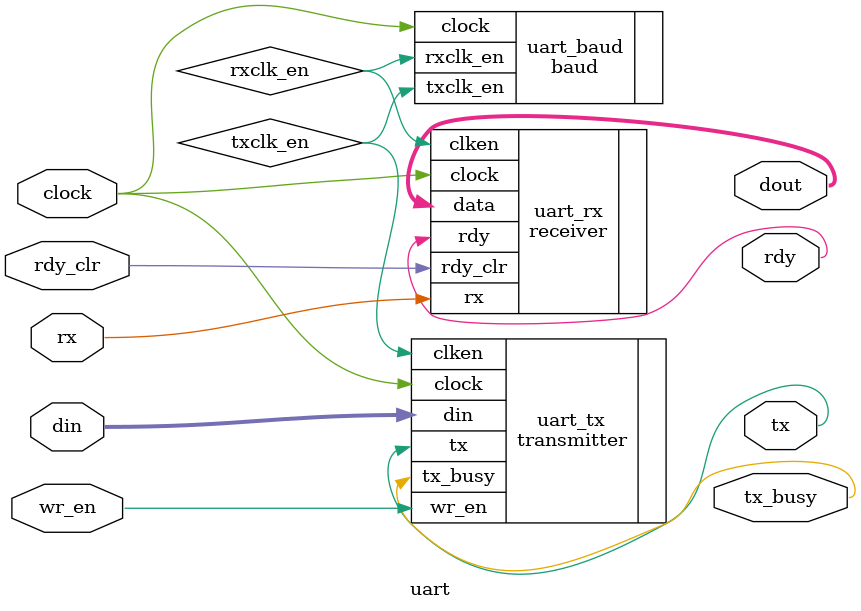
<source format=v>
module uart(input wire [7:0] din,
	    input wire wr_en,
	    input wire clock,
	    output wire tx,
	    output wire tx_busy,
	    input wire rx,
	    output wire rdy,
	    input wire rdy_clr,
	    output wire [7:0] dout);

wire rxclk_en, txclk_en;

baud uart_baud(.clock(clock),
			.rxclk_en(rxclk_en),
			.txclk_en(txclk_en));
transmitter uart_tx(.din(din),
		    .wr_en(wr_en),
		    .clock(clock),
		    .clken(txclk_en),
		    .tx(tx),
		    .tx_busy(tx_busy));
receiver uart_rx(.rx(rx),
		 .rdy(rdy),
		 .rdy_clr(rdy_clr),
		 .clock(clock),
		 .clken(rxclk_en),
		 .data(dout));

endmodule

</source>
